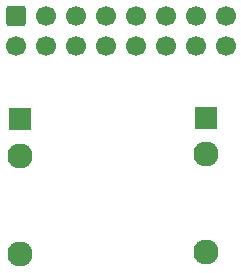
<source format=gbr>
%TF.GenerationSoftware,KiCad,Pcbnew,(7.0.0)*%
%TF.CreationDate,2023-03-14T07:08:31-07:00*%
%TF.ProjectId,wisseq,77697373-6571-42e6-9b69-6361645f7063,rev?*%
%TF.SameCoordinates,Original*%
%TF.FileFunction,Soldermask,Bot*%
%TF.FilePolarity,Negative*%
%FSLAX46Y46*%
G04 Gerber Fmt 4.6, Leading zero omitted, Abs format (unit mm)*
G04 Created by KiCad (PCBNEW (7.0.0)) date 2023-03-14 07:08:31*
%MOMM*%
%LPD*%
G01*
G04 APERTURE LIST*
G04 Aperture macros list*
%AMRoundRect*
0 Rectangle with rounded corners*
0 $1 Rounding radius*
0 $2 $3 $4 $5 $6 $7 $8 $9 X,Y pos of 4 corners*
0 Add a 4 corners polygon primitive as box body*
4,1,4,$2,$3,$4,$5,$6,$7,$8,$9,$2,$3,0*
0 Add four circle primitives for the rounded corners*
1,1,$1+$1,$2,$3*
1,1,$1+$1,$4,$5*
1,1,$1+$1,$6,$7*
1,1,$1+$1,$8,$9*
0 Add four rect primitives between the rounded corners*
20,1,$1+$1,$2,$3,$4,$5,0*
20,1,$1+$1,$4,$5,$6,$7,0*
20,1,$1+$1,$6,$7,$8,$9,0*
20,1,$1+$1,$8,$9,$2,$3,0*%
G04 Aperture macros list end*
%ADD10RoundRect,0.250000X-0.600000X0.600000X-0.600000X-0.600000X0.600000X-0.600000X0.600000X0.600000X0*%
%ADD11C,1.700000*%
%ADD12R,1.930000X1.830000*%
%ADD13C,2.130000*%
G04 APERTURE END LIST*
D10*
%TO.C,J1*%
X26110000Y-114247500D03*
D11*
X26110000Y-116787500D03*
X28650000Y-114247500D03*
X28650000Y-116787500D03*
X31190000Y-114247500D03*
X31190000Y-116787500D03*
X33730000Y-114247500D03*
X33730000Y-116787500D03*
X36270000Y-114247500D03*
X36270000Y-116787500D03*
X38810000Y-114247500D03*
X38810000Y-116787500D03*
X41350000Y-114247500D03*
X41350000Y-116787500D03*
X43890000Y-114247500D03*
X43890000Y-116787500D03*
%TD*%
D12*
%TO.C,J3*%
X42249999Y-122849999D03*
D13*
X42250000Y-134250000D03*
X42250000Y-125950000D03*
%TD*%
D12*
%TO.C,J2*%
X26499999Y-122969999D03*
D13*
X26500000Y-134370000D03*
X26500000Y-126070000D03*
%TD*%
M02*

</source>
